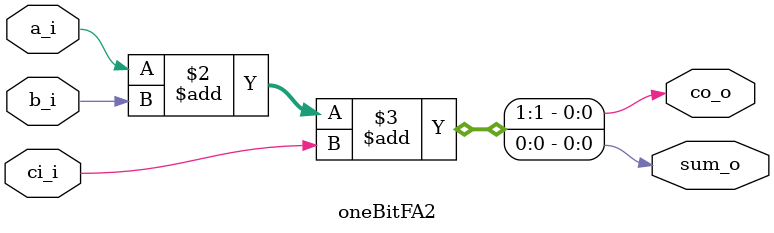
<source format=sv>
module oneBitFA2(
  		input wire a_i,
 		input wire b_i,
 		input wire ci_i,
 		output reg sum_o,
 		output reg co_o
);
			   
always @(a_i, b_i, ci_i)begin
 		{co_o, sum_o} = a_i + b_i + ci_i; 
end
endmodule


</source>
